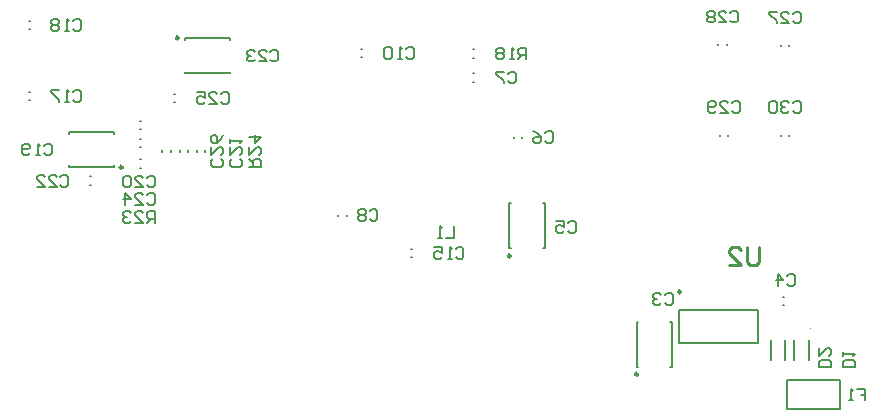
<source format=gbo>
G04 Layer_Color=32896*
%FSLAX25Y25*%
%MOIN*%
G70*
G01*
G75*
%ADD29C,0.00787*%
%ADD48C,0.00984*%
%ADD52C,0.01000*%
%ADD91C,0.00394*%
D29*
X285039Y36024D02*
Y42717D01*
X289764Y36024D02*
Y42717D01*
X292913Y36024D02*
Y42717D01*
X297638Y36024D02*
Y42717D01*
X308071Y24409D02*
Y29134D01*
X290354D02*
X308071D01*
X290354Y19685D02*
Y29134D01*
Y19685D02*
X308071D01*
Y24409D01*
X270276Y140847D02*
Y141240D01*
X267520Y140847D02*
Y141240D01*
X291142Y140551D02*
Y140945D01*
X288386Y140551D02*
Y140945D01*
X288484Y110630D02*
Y111024D01*
X291240Y110630D02*
Y111024D01*
X268012Y110630D02*
Y111024D01*
X270768Y110630D02*
Y111024D01*
X86122Y121949D02*
X86516D01*
X86122Y124705D02*
X86516D01*
X74606Y109547D02*
X75000D01*
X74606Y106791D02*
X75000D01*
X74606Y102854D02*
X75000D01*
X74606Y100098D02*
X75000D01*
X74606Y115551D02*
X75000D01*
X74606Y112795D02*
X75000D01*
X93799Y105413D02*
Y105807D01*
X96555Y105413D02*
Y105807D01*
X82185Y105413D02*
Y105807D01*
X84941Y105413D02*
Y105807D01*
X90748Y105413D02*
Y105807D01*
X87992Y105413D02*
Y105807D01*
X89764Y143307D02*
X104724D01*
X89764Y131496D02*
X104724D01*
Y142717D02*
Y143307D01*
X89764Y142717D02*
Y143307D01*
X104724Y131496D02*
Y132087D01*
X89764Y131496D02*
Y132087D01*
X37598Y125394D02*
X37992D01*
X37598Y122638D02*
X37992D01*
X37598Y146260D02*
X37992D01*
X37598Y149016D02*
X37992D01*
X148425Y139685D02*
X148819D01*
X148425Y136929D02*
X148819D01*
X140886Y83996D02*
Y84390D01*
X143642Y83996D02*
Y84390D01*
X165157Y73032D02*
X165551D01*
X165157Y70276D02*
X165551D01*
X197835Y73228D02*
Y88189D01*
X209646Y73228D02*
Y88189D01*
X197835D02*
X198425D01*
X197835Y73228D02*
X198425D01*
X209055Y88189D02*
X209646D01*
X209055Y73228D02*
X209646D01*
X199409Y110039D02*
Y110433D01*
X202165Y110039D02*
Y110433D01*
X185827Y136713D02*
X186221D01*
X185827Y139469D02*
X186221D01*
X185827Y131496D02*
X186221D01*
X185827Y128740D02*
X186221D01*
X240256Y33760D02*
Y48720D01*
X252067Y33760D02*
Y48720D01*
X240256D02*
X240846D01*
X240256Y33760D02*
X240846D01*
X251476Y48720D02*
X252067D01*
X251476Y33760D02*
X252067D01*
X58071Y97146D02*
X58465D01*
X58071Y94390D02*
X58465D01*
X50984Y100197D02*
X65945D01*
X50984Y112008D02*
X65945D01*
X50984Y100197D02*
Y100787D01*
X65945Y100197D02*
Y100787D01*
X50984Y111417D02*
Y112008D01*
X65945Y111417D02*
Y112008D01*
X289173Y56890D02*
X289567D01*
X289173Y54134D02*
X289567D01*
X254528Y52756D02*
X280906D01*
X254528Y41732D02*
X280906D01*
X254528D02*
Y52756D01*
X280906Y41732D02*
Y52756D01*
X163301Y139590D02*
X163956Y140246D01*
X165269D01*
X165924Y139590D01*
Y136966D01*
X165269Y136310D01*
X163956D01*
X163301Y136966D01*
X161989Y136310D02*
X160677D01*
X161333D01*
Y140246D01*
X161989Y139590D01*
X158709D02*
X158053Y140246D01*
X156741D01*
X156085Y139590D01*
Y136966D01*
X156741Y136310D01*
X158053D01*
X158709Y136966D01*
Y139590D01*
X151272Y85518D02*
X151928Y86174D01*
X153240D01*
X153896Y85518D01*
Y82895D01*
X153240Y82239D01*
X151928D01*
X151272Y82895D01*
X149960Y85518D02*
X149304Y86174D01*
X147993D01*
X147336Y85518D01*
Y84862D01*
X147993Y84206D01*
X147336Y83551D01*
Y82895D01*
X147993Y82239D01*
X149304D01*
X149960Y82895D01*
Y83551D01*
X149304Y84206D01*
X149960Y84862D01*
Y85518D01*
X149304Y84206D02*
X147993D01*
X197341Y131440D02*
X197997Y132096D01*
X199309D01*
X199965Y131440D01*
Y128816D01*
X199309Y128160D01*
X197997D01*
X197341Y128816D01*
X196029Y132096D02*
X193405D01*
Y131440D01*
X196029Y128816D01*
Y128160D01*
X209741Y111540D02*
X210397Y112196D01*
X211709D01*
X212365Y111540D01*
Y108916D01*
X211709Y108260D01*
X210397D01*
X209741Y108916D01*
X205805Y112196D02*
X207117Y111540D01*
X208429Y110228D01*
Y108916D01*
X207773Y108260D01*
X206461D01*
X205805Y108916D01*
Y109572D01*
X206461Y110228D01*
X208429D01*
X111024Y100394D02*
X114959D01*
Y102362D01*
X114303Y103017D01*
X112991D01*
X112336Y102362D01*
Y100394D01*
Y101706D02*
X111024Y103017D01*
Y106953D02*
Y104329D01*
X113647Y106953D01*
X114303D01*
X114959Y106297D01*
Y104985D01*
X114303Y104329D01*
X111024Y110233D02*
X114959D01*
X112991Y108265D01*
Y110889D01*
X79724Y81693D02*
Y85629D01*
X77757D01*
X77101Y84973D01*
Y83661D01*
X77757Y83005D01*
X79724D01*
X78412D02*
X77101Y81693D01*
X73165D02*
X75789D01*
X73165Y84317D01*
Y84973D01*
X73821Y85629D01*
X75133D01*
X75789Y84973D01*
X71853D02*
X71197Y85629D01*
X69885D01*
X69229Y84973D01*
Y84317D01*
X69885Y83661D01*
X70541D01*
X69885D01*
X69229Y83005D01*
Y82349D01*
X69885Y81693D01*
X71197D01*
X71853Y82349D01*
X203265Y136160D02*
Y140096D01*
X201297D01*
X200641Y139440D01*
Y138128D01*
X201297Y137472D01*
X203265D01*
X201953D02*
X200641Y136160D01*
X199329D02*
X198017D01*
X198673D01*
Y140096D01*
X199329Y139440D01*
X196049D02*
X195393Y140096D01*
X194081D01*
X193425Y139440D01*
Y138784D01*
X194081Y138128D01*
X193425Y137472D01*
Y136816D01*
X194081Y136160D01*
X195393D01*
X196049Y136816D01*
Y137472D01*
X195393Y138128D01*
X196049Y138784D01*
Y139440D01*
X195393Y138128D02*
X194081D01*
X179265Y80696D02*
Y76760D01*
X176641D01*
X175329D02*
X174017D01*
X174673D01*
Y80696D01*
X175329Y80040D01*
X305117Y33465D02*
X301181D01*
Y35432D01*
X301837Y36088D01*
X304461D01*
X305117Y35432D01*
Y33465D01*
X301181Y40024D02*
Y37400D01*
X303805Y40024D01*
X304461D01*
X305117Y39368D01*
Y38056D01*
X304461Y37400D01*
X312991Y33465D02*
X309055D01*
Y35432D01*
X309711Y36088D01*
X312335D01*
X312991Y35432D01*
Y33465D01*
X309055Y37400D02*
Y38712D01*
Y38056D01*
X312991D01*
X312335Y37400D01*
X217441Y81640D02*
X218097Y82296D01*
X219409D01*
X220065Y81640D01*
Y79016D01*
X219409Y78360D01*
X218097D01*
X217441Y79016D01*
X213505Y82296D02*
X216129D01*
Y80328D01*
X214817Y80984D01*
X214161D01*
X213505Y80328D01*
Y79016D01*
X214161Y78360D01*
X215473D01*
X216129Y79016D01*
X292441Y121540D02*
X293097Y122196D01*
X294409D01*
X295065Y121540D01*
Y118916D01*
X294409Y118260D01*
X293097D01*
X292441Y118916D01*
X291129Y121540D02*
X290473Y122196D01*
X289161D01*
X288505Y121540D01*
Y120884D01*
X289161Y120228D01*
X289817D01*
X289161D01*
X288505Y119572D01*
Y118916D01*
X289161Y118260D01*
X290473D01*
X291129Y118916D01*
X287193Y121540D02*
X286537Y122196D01*
X285225D01*
X284569Y121540D01*
Y118916D01*
X285225Y118260D01*
X286537D01*
X287193Y118916D01*
Y121540D01*
X272041D02*
X272697Y122196D01*
X274009D01*
X274665Y121540D01*
Y118916D01*
X274009Y118260D01*
X272697D01*
X272041Y118916D01*
X268105Y118260D02*
X270729D01*
X268105Y120884D01*
Y121540D01*
X268761Y122196D01*
X270073D01*
X270729Y121540D01*
X266793Y118916D02*
X266137Y118260D01*
X264825D01*
X264169Y118916D01*
Y121540D01*
X264825Y122196D01*
X266137D01*
X266793Y121540D01*
Y120884D01*
X266137Y120228D01*
X264169D01*
X271541Y151740D02*
X272197Y152396D01*
X273509D01*
X274165Y151740D01*
Y149116D01*
X273509Y148460D01*
X272197D01*
X271541Y149116D01*
X267605Y148460D02*
X270229D01*
X267605Y151084D01*
Y151740D01*
X268261Y152396D01*
X269573D01*
X270229Y151740D01*
X266293D02*
X265637Y152396D01*
X264325D01*
X263669Y151740D01*
Y151084D01*
X264325Y150428D01*
X263669Y149772D01*
Y149116D01*
X264325Y148460D01*
X265637D01*
X266293Y149116D01*
Y149772D01*
X265637Y150428D01*
X266293Y151084D01*
Y151740D01*
X265637Y150428D02*
X264325D01*
X292341Y151440D02*
X292997Y152096D01*
X294309D01*
X294965Y151440D01*
Y148816D01*
X294309Y148160D01*
X292997D01*
X292341Y148816D01*
X288405Y148160D02*
X291029D01*
X288405Y150784D01*
Y151440D01*
X289061Y152096D01*
X290373D01*
X291029Y151440D01*
X287093Y152096D02*
X284469D01*
Y151440D01*
X287093Y148816D01*
Y148160D01*
X101705Y103017D02*
X102361Y102362D01*
Y101050D01*
X101705Y100394D01*
X99081D01*
X98425Y101050D01*
Y102362D01*
X99081Y103017D01*
X98425Y106953D02*
Y104329D01*
X101049Y106953D01*
X101705D01*
X102361Y106297D01*
Y104985D01*
X101705Y104329D01*
X102361Y110889D02*
X101705Y109577D01*
X100393Y108265D01*
X99081D01*
X98425Y108921D01*
Y110233D01*
X99081Y110889D01*
X99737D01*
X100393Y110233D01*
Y108265D01*
X101641Y124640D02*
X102297Y125296D01*
X103609D01*
X104265Y124640D01*
Y122016D01*
X103609Y121360D01*
X102297D01*
X101641Y122016D01*
X97705Y121360D02*
X100329D01*
X97705Y123984D01*
Y124640D01*
X98361Y125296D01*
X99673D01*
X100329Y124640D01*
X93769Y125296D02*
X96393D01*
Y123328D01*
X95081Y123984D01*
X94425D01*
X93769Y123328D01*
Y122016D01*
X94425Y121360D01*
X95737D01*
X96393Y122016D01*
X77101Y90878D02*
X77757Y91534D01*
X79068D01*
X79724Y90878D01*
Y88254D01*
X79068Y87598D01*
X77757D01*
X77101Y88254D01*
X73165Y87598D02*
X75789D01*
X73165Y90222D01*
Y90878D01*
X73821Y91534D01*
X75133D01*
X75789Y90878D01*
X69885Y87598D02*
Y91534D01*
X71853Y89566D01*
X69229D01*
X118241Y138740D02*
X118897Y139396D01*
X120209D01*
X120865Y138740D01*
Y136116D01*
X120209Y135460D01*
X118897D01*
X118241Y136116D01*
X114305Y135460D02*
X116929D01*
X114305Y138084D01*
Y138740D01*
X114961Y139396D01*
X116273D01*
X116929Y138740D01*
X112993D02*
X112337Y139396D01*
X111025D01*
X110369Y138740D01*
Y138084D01*
X111025Y137428D01*
X111681D01*
X111025D01*
X110369Y136772D01*
Y136116D01*
X111025Y135460D01*
X112337D01*
X112993Y136116D01*
X48241Y97040D02*
X48897Y97696D01*
X50209D01*
X50865Y97040D01*
Y94416D01*
X50209Y93760D01*
X48897D01*
X48241Y94416D01*
X44305Y93760D02*
X46929D01*
X44305Y96384D01*
Y97040D01*
X44961Y97696D01*
X46273D01*
X46929Y97040D01*
X40369Y93760D02*
X42993D01*
X40369Y96384D01*
Y97040D01*
X41025Y97696D01*
X42337D01*
X42993Y97040D01*
X108004Y103017D02*
X108660Y102362D01*
Y101050D01*
X108004Y100394D01*
X105380D01*
X104724Y101050D01*
Y102362D01*
X105380Y103017D01*
X104724Y106953D02*
Y104329D01*
X107348Y106953D01*
X108004D01*
X108660Y106297D01*
Y104985D01*
X108004Y104329D01*
X104724Y108265D02*
Y109577D01*
Y108921D01*
X108660D01*
X108004Y108265D01*
X77101Y96784D02*
X77757Y97440D01*
X79068D01*
X79724Y96784D01*
Y94160D01*
X79068Y93504D01*
X77757D01*
X77101Y94160D01*
X73165Y93504D02*
X75789D01*
X73165Y96128D01*
Y96784D01*
X73821Y97440D01*
X75133D01*
X75789Y96784D01*
X71853D02*
X71197Y97440D01*
X69885D01*
X69229Y96784D01*
Y94160D01*
X69885Y93504D01*
X71197D01*
X71853Y94160D01*
Y96784D01*
X42741Y107440D02*
X43397Y108096D01*
X44709D01*
X45365Y107440D01*
Y104816D01*
X44709Y104160D01*
X43397D01*
X42741Y104816D01*
X41429Y104160D02*
X40117D01*
X40773D01*
Y108096D01*
X41429Y107440D01*
X38149Y104816D02*
X37493Y104160D01*
X36181D01*
X35525Y104816D01*
Y107440D01*
X36181Y108096D01*
X37493D01*
X38149Y107440D01*
Y106784D01*
X37493Y106128D01*
X35525D01*
X52441Y148940D02*
X53097Y149596D01*
X54409D01*
X55065Y148940D01*
Y146316D01*
X54409Y145660D01*
X53097D01*
X52441Y146316D01*
X51129Y145660D02*
X49817D01*
X50473D01*
Y149596D01*
X51129Y148940D01*
X47849D02*
X47193Y149596D01*
X45881D01*
X45225Y148940D01*
Y148284D01*
X45881Y147628D01*
X45225Y146972D01*
Y146316D01*
X45881Y145660D01*
X47193D01*
X47849Y146316D01*
Y146972D01*
X47193Y147628D01*
X47849Y148284D01*
Y148940D01*
X47193Y147628D02*
X45881D01*
X52441Y125340D02*
X53097Y125996D01*
X54409D01*
X55065Y125340D01*
Y122716D01*
X54409Y122060D01*
X53097D01*
X52441Y122716D01*
X51129Y122060D02*
X49817D01*
X50473D01*
Y125996D01*
X51129Y125340D01*
X47849Y125996D02*
X45225D01*
Y125340D01*
X47849Y122716D01*
Y122060D01*
X179960Y72979D02*
X180616Y73635D01*
X181928D01*
X182583Y72979D01*
Y70355D01*
X181928Y69699D01*
X180616D01*
X179960Y70355D01*
X178648Y69699D02*
X177336D01*
X177992D01*
Y73635D01*
X178648Y72979D01*
X172744Y73635D02*
X175368D01*
Y71667D01*
X174056Y72323D01*
X173400D01*
X172744Y71667D01*
Y70355D01*
X173400Y69699D01*
X174712D01*
X175368Y70355D01*
X290541Y63840D02*
X291197Y64496D01*
X292509D01*
X293165Y63840D01*
Y61216D01*
X292509Y60560D01*
X291197D01*
X290541Y61216D01*
X287261Y60560D02*
Y64496D01*
X289229Y62528D01*
X286605D01*
X249741Y57640D02*
X250397Y58296D01*
X251709D01*
X252365Y57640D01*
Y55016D01*
X251709Y54360D01*
X250397D01*
X249741Y55016D01*
X248429Y57640D02*
X247773Y58296D01*
X246461D01*
X245805Y57640D01*
Y56984D01*
X246461Y56328D01*
X247117D01*
X246461D01*
X245805Y55672D01*
Y55016D01*
X246461Y54360D01*
X247773D01*
X248429Y55016D01*
X313841Y26396D02*
X316465D01*
Y24428D01*
X315153D01*
X316465D01*
Y22460D01*
X312529D02*
X311217D01*
X311873D01*
Y26396D01*
X312529Y25740D01*
D48*
X87697Y143307D02*
G03*
X87697Y143307I-492J0D01*
G01*
X198327Y70669D02*
G03*
X198327Y70669I-492J0D01*
G01*
X240748Y31201D02*
G03*
X240748Y31201I-492J0D01*
G01*
X68996Y100197D02*
G03*
X68996Y100197I-492J0D01*
G01*
X255020Y58661D02*
G03*
X255020Y58661I-492J0D01*
G01*
D52*
X280943Y73484D02*
Y68485D01*
X279943Y67486D01*
X277943D01*
X276944Y68485D01*
Y73484D01*
X270946Y67486D02*
X274944D01*
X270946Y71485D01*
Y72484D01*
X271945Y73484D01*
X273945D01*
X274944Y72484D01*
D91*
X290395Y46370D02*
G03*
X290395Y46370I-197J0D01*
G01*
X298269D02*
G03*
X298269Y46370I-197J0D01*
G01*
M02*

</source>
